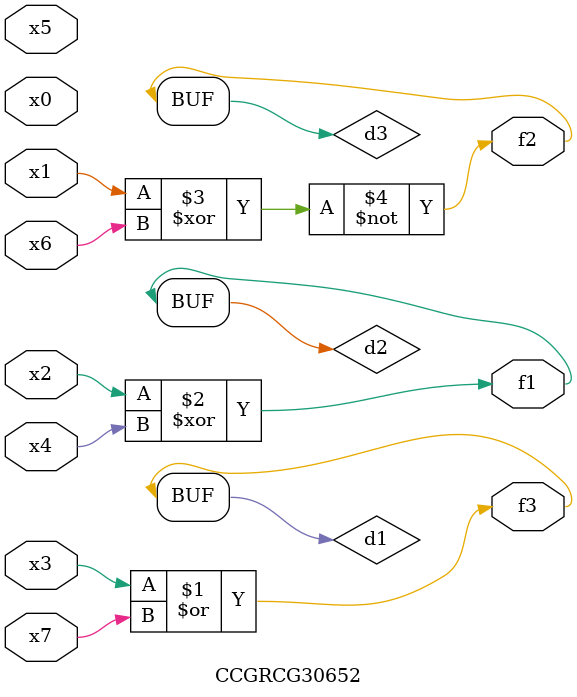
<source format=v>
module CCGRCG30652(
	input x0, x1, x2, x3, x4, x5, x6, x7,
	output f1, f2, f3
);

	wire d1, d2, d3;

	or (d1, x3, x7);
	xor (d2, x2, x4);
	xnor (d3, x1, x6);
	assign f1 = d2;
	assign f2 = d3;
	assign f3 = d1;
endmodule

</source>
